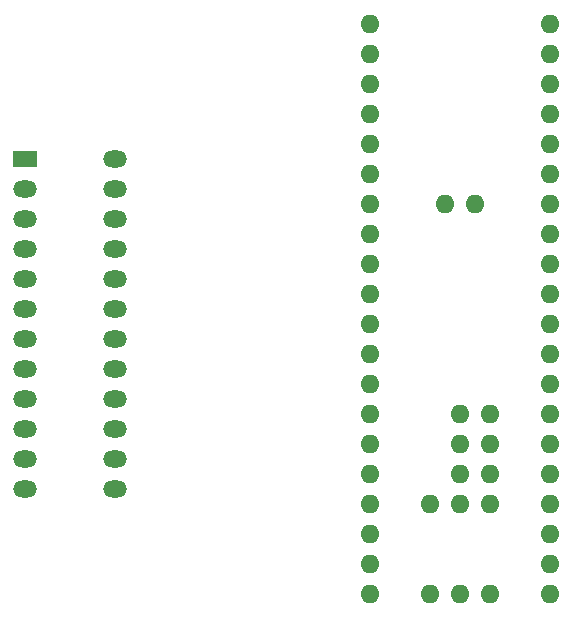
<source format=gbr>
%TF.GenerationSoftware,KiCad,Pcbnew,(5.1.9)-1*%
%TF.CreationDate,2021-02-16T23:53:01+08:00*%
%TF.ProjectId,ChipInspector24,43686970-496e-4737-9065-63746f723234,rev?*%
%TF.SameCoordinates,Original*%
%TF.FileFunction,Soldermask,Bot*%
%TF.FilePolarity,Negative*%
%FSLAX46Y46*%
G04 Gerber Fmt 4.6, Leading zero omitted, Abs format (unit mm)*
G04 Created by KiCad (PCBNEW (5.1.9)-1) date 2021-02-16 23:53:01*
%MOMM*%
%LPD*%
G01*
G04 APERTURE LIST*
%ADD10O,2.000000X1.440000*%
%ADD11R,2.000000X1.440000*%
%ADD12O,1.600000X1.600000*%
G04 APERTURE END LIST*
D10*
%TO.C,J1*%
X133350000Y-115570000D03*
X125730000Y-115570000D03*
X133350000Y-113030000D03*
X125730000Y-113030000D03*
X133350000Y-110490000D03*
X125730000Y-110490000D03*
X133350000Y-107950000D03*
X125730000Y-107950000D03*
X133350000Y-105410000D03*
X125730000Y-105410000D03*
X133350000Y-102870000D03*
X125730000Y-102870000D03*
X133350000Y-100330000D03*
X125730000Y-100330000D03*
X133350000Y-97790000D03*
X125730000Y-97790000D03*
X133350000Y-95250000D03*
X125730000Y-95250000D03*
X133350000Y-92710000D03*
X125730000Y-92710000D03*
X133350000Y-90170000D03*
X125730000Y-90170000D03*
X133350000Y-87630000D03*
D11*
X125730000Y-87630000D03*
%TD*%
D12*
%TO.C,M1*%
X163830000Y-91440000D03*
X161290000Y-91440000D03*
X170180000Y-76200000D03*
X170180000Y-78740000D03*
X170180000Y-81280000D03*
X170180000Y-83820000D03*
X170180000Y-86360000D03*
X170180000Y-88900000D03*
X170180000Y-91440000D03*
X170180000Y-93980000D03*
X170180000Y-96520000D03*
X170180000Y-99060000D03*
X170180000Y-101600000D03*
X170180000Y-104140000D03*
X170180000Y-106680000D03*
X170180000Y-109220000D03*
X170180000Y-111760000D03*
X170180000Y-114300000D03*
X170180000Y-116840000D03*
X170180000Y-119380000D03*
X170180000Y-121920000D03*
X170180000Y-124460000D03*
X154940000Y-124460000D03*
X154940000Y-121920000D03*
X154940000Y-119380000D03*
X154940000Y-116840000D03*
X154940000Y-114300000D03*
X154940000Y-111760000D03*
X154940000Y-109220000D03*
X154940000Y-106680000D03*
X154940000Y-104140000D03*
X154940000Y-101600000D03*
X154940000Y-99060000D03*
X154940000Y-96520000D03*
X154940000Y-93980000D03*
X154940000Y-91440000D03*
X154940000Y-88900000D03*
X154940000Y-86360000D03*
X154940000Y-83820000D03*
X154940000Y-81280000D03*
X154940000Y-78740000D03*
X154940000Y-76200000D03*
X160020000Y-124460000D03*
X162560000Y-124460000D03*
X165100000Y-124460000D03*
X160020000Y-116840000D03*
X162560000Y-116840000D03*
X162560000Y-114300000D03*
X162560000Y-111760000D03*
X162560000Y-109220000D03*
X165100000Y-109220000D03*
X165100000Y-111760000D03*
X165100000Y-114300000D03*
X165100000Y-116840000D03*
%TD*%
M02*

</source>
